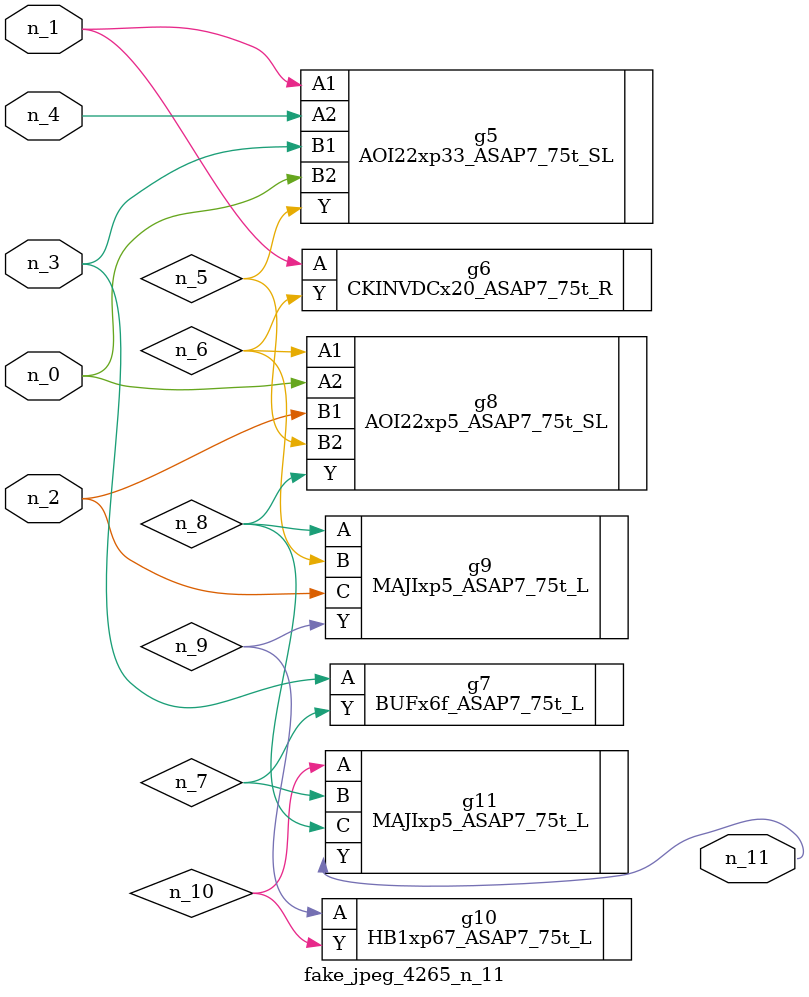
<source format=v>
module fake_jpeg_4265_n_11 (n_3, n_2, n_1, n_0, n_4, n_11);

input n_3;
input n_2;
input n_1;
input n_0;
input n_4;

output n_11;

wire n_10;
wire n_8;
wire n_9;
wire n_6;
wire n_5;
wire n_7;

AOI22xp33_ASAP7_75t_SL g5 ( 
.A1(n_1),
.A2(n_4),
.B1(n_3),
.B2(n_0),
.Y(n_5)
);

CKINVDCx20_ASAP7_75t_R g6 ( 
.A(n_1),
.Y(n_6)
);

BUFx6f_ASAP7_75t_L g7 ( 
.A(n_3),
.Y(n_7)
);

AOI22xp5_ASAP7_75t_SL g8 ( 
.A1(n_6),
.A2(n_0),
.B1(n_2),
.B2(n_5),
.Y(n_8)
);

MAJIxp5_ASAP7_75t_L g9 ( 
.A(n_8),
.B(n_6),
.C(n_2),
.Y(n_9)
);

HB1xp67_ASAP7_75t_L g10 ( 
.A(n_9),
.Y(n_10)
);

MAJIxp5_ASAP7_75t_L g11 ( 
.A(n_10),
.B(n_7),
.C(n_8),
.Y(n_11)
);


endmodule
</source>
